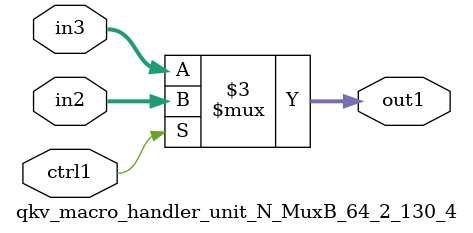
<source format=v>

`timescale 1ps / 1ps


module qkv_macro_handler_unit_N_MuxB_64_2_130_4( in3, in2, ctrl1, out1 );

    input [63:0] in3;
    input [63:0] in2;
    input ctrl1;
    output [63:0] out1;
    reg [63:0] out1;

    
    // rtl_process:qkv_macro_handler_unit_N_MuxB_64_2_130_4/qkv_macro_handler_unit_N_MuxB_64_2_130_4_thread_1
    always @*
      begin : qkv_macro_handler_unit_N_MuxB_64_2_130_4_thread_1
        case (ctrl1) 
          1'b1: 
            begin
              out1 = in2;
            end
          default: 
            begin
              out1 = in3;
            end
        endcase
      end

endmodule





</source>
